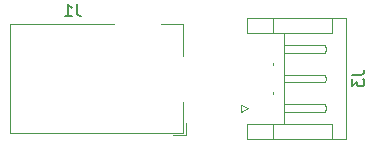
<source format=gbo>
G04 #@! TF.GenerationSoftware,KiCad,Pcbnew,9.0.1*
G04 #@! TF.CreationDate,2025-05-08T20:40:17+10:00*
G04 #@! TF.ProjectId,MooresESP32,4d6f6f72-6573-4455-9350-33322e6b6963,rev?*
G04 #@! TF.SameCoordinates,Original*
G04 #@! TF.FileFunction,Legend,Bot*
G04 #@! TF.FilePolarity,Positive*
%FSLAX46Y46*%
G04 Gerber Fmt 4.6, Leading zero omitted, Abs format (unit mm)*
G04 Created by KiCad (PCBNEW 9.0.1) date 2025-05-08 20:40:17*
%MOMM*%
%LPD*%
G01*
G04 APERTURE LIST*
%ADD10C,0.150000*%
%ADD11C,0.120000*%
G04 APERTURE END LIST*
D10*
X119483333Y-98704819D02*
X119483333Y-99419104D01*
X119483333Y-99419104D02*
X119530952Y-99561961D01*
X119530952Y-99561961D02*
X119626190Y-99657200D01*
X119626190Y-99657200D02*
X119769047Y-99704819D01*
X119769047Y-99704819D02*
X119864285Y-99704819D01*
X118483333Y-99704819D02*
X119054761Y-99704819D01*
X118769047Y-99704819D02*
X118769047Y-98704819D01*
X118769047Y-98704819D02*
X118864285Y-98847676D01*
X118864285Y-98847676D02*
X118959523Y-98942914D01*
X118959523Y-98942914D02*
X119054761Y-98990533D01*
X142822319Y-104666666D02*
X143536604Y-104666666D01*
X143536604Y-104666666D02*
X143679461Y-104619047D01*
X143679461Y-104619047D02*
X143774700Y-104523809D01*
X143774700Y-104523809D02*
X143822319Y-104380952D01*
X143822319Y-104380952D02*
X143822319Y-104285714D01*
X142822319Y-105047619D02*
X142822319Y-105666666D01*
X142822319Y-105666666D02*
X143203271Y-105333333D01*
X143203271Y-105333333D02*
X143203271Y-105476190D01*
X143203271Y-105476190D02*
X143250890Y-105571428D01*
X143250890Y-105571428D02*
X143298509Y-105619047D01*
X143298509Y-105619047D02*
X143393747Y-105666666D01*
X143393747Y-105666666D02*
X143631842Y-105666666D01*
X143631842Y-105666666D02*
X143727080Y-105619047D01*
X143727080Y-105619047D02*
X143774700Y-105571428D01*
X143774700Y-105571428D02*
X143822319Y-105476190D01*
X143822319Y-105476190D02*
X143822319Y-105190476D01*
X143822319Y-105190476D02*
X143774700Y-105095238D01*
X143774700Y-105095238D02*
X143727080Y-105047619D01*
D11*
G04 #@! TO.C,J1*
X113800000Y-100400000D02*
X122600000Y-100400000D01*
X113800000Y-109600000D02*
X113800000Y-100400000D01*
X126600000Y-100400000D02*
X128500000Y-100400000D01*
X128500000Y-100400000D02*
X128500000Y-103100000D01*
X128500000Y-107000000D02*
X128500000Y-109600000D01*
X128500000Y-109600000D02*
X113800000Y-109600000D01*
X128700000Y-109800000D02*
X127650000Y-109800000D01*
X128700000Y-109800000D02*
X128700000Y-108750000D01*
G04 #@! TO.C,J3*
X133367500Y-107200000D02*
X133367500Y-107800000D01*
X133367500Y-107800000D02*
X133967500Y-107500000D01*
X133857500Y-99890000D02*
X142277500Y-99890000D01*
X133857500Y-101110000D02*
X133857500Y-99890000D01*
X133857500Y-108890000D02*
X136057500Y-108890000D01*
X133857500Y-110110000D02*
X133857500Y-108890000D01*
X133967500Y-107500000D02*
X133367500Y-107200000D01*
X136057500Y-99890000D02*
X136057500Y-101110000D01*
X136057500Y-101110000D02*
X133857500Y-101110000D01*
X136057500Y-101110000D02*
X141057500Y-101110000D01*
X136057500Y-103670000D02*
X136057500Y-103830000D01*
X136057500Y-106170000D02*
X136057500Y-106330000D01*
X136057500Y-108890000D02*
X141057500Y-108890000D01*
X136057500Y-110110000D02*
X136057500Y-108890000D01*
X137057500Y-101110000D02*
X137057500Y-108890000D01*
X137057500Y-102180000D02*
X140477500Y-102180000D01*
X137057500Y-102500000D02*
X137057500Y-102180000D01*
X137057500Y-102820000D02*
X137057500Y-102500000D01*
X137057500Y-104680000D02*
X140477500Y-104680000D01*
X137057500Y-105000000D02*
X137057500Y-104680000D01*
X137057500Y-105320000D02*
X137057500Y-105000000D01*
X137057500Y-107180000D02*
X140477500Y-107180000D01*
X137057500Y-107500000D02*
X137057500Y-107180000D01*
X137057500Y-107820000D02*
X137057500Y-107500000D01*
X140477500Y-102180000D02*
X140557500Y-102500000D01*
X140477500Y-102820000D02*
X137057500Y-102820000D01*
X140477500Y-104680000D02*
X140557500Y-105000000D01*
X140477500Y-105320000D02*
X137057500Y-105320000D01*
X140477500Y-107180000D02*
X140557500Y-107500000D01*
X140477500Y-107820000D02*
X137057500Y-107820000D01*
X140557500Y-102500000D02*
X140477500Y-102820000D01*
X140557500Y-105000000D02*
X140477500Y-105320000D01*
X140557500Y-107500000D02*
X140477500Y-107820000D01*
X141057500Y-101110000D02*
X141057500Y-99890000D01*
X141057500Y-108890000D02*
X141057500Y-110110000D01*
X142277500Y-99890000D02*
X142277500Y-110110000D01*
X142277500Y-110110000D02*
X133857500Y-110110000D01*
G04 #@! TD*
M02*

</source>
